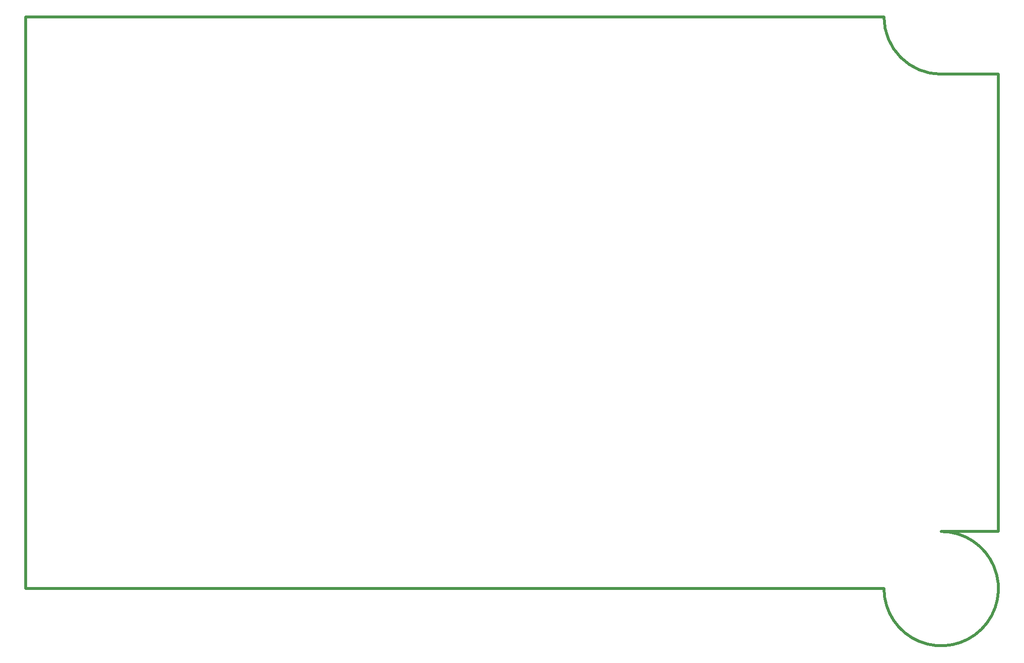
<source format=gm1>
G04 Created with the python gerber_writer 0.4.2.19*
G04 #@! TF.CreationDate,2025-02-13T13:58:55.498636*
G04 #@! TF.FileFunction,Profile,NP*
G04 #@! TF.FilePolarity,Positive*
G04 #@! TF.GenerationSoftware,Karel Tavernier,gerber_writer_example_outline.py,2022.06*
%MOMM*%
%FSLAX36Y36*%
G75*
G04 #@! TA.AperFunction,Profile*
G04 #@! TAShape,Circle,0.5*
%ADD10C,0.5*%
G04 #@! TD*
%LPD*%
D10*
X0Y0D02*
G01*
X150000000Y0D01*
G03*
X160000000Y10000000I10000000J0D01*
G01*
X170000000Y10000000D01*
X170000000Y90000000D01*
X160000000Y90000000D01*
G02*
X150000000Y100000000I0J10000000D01*
G01*
X0Y100000000D01*
X0Y0D01*
M02*
</source>
